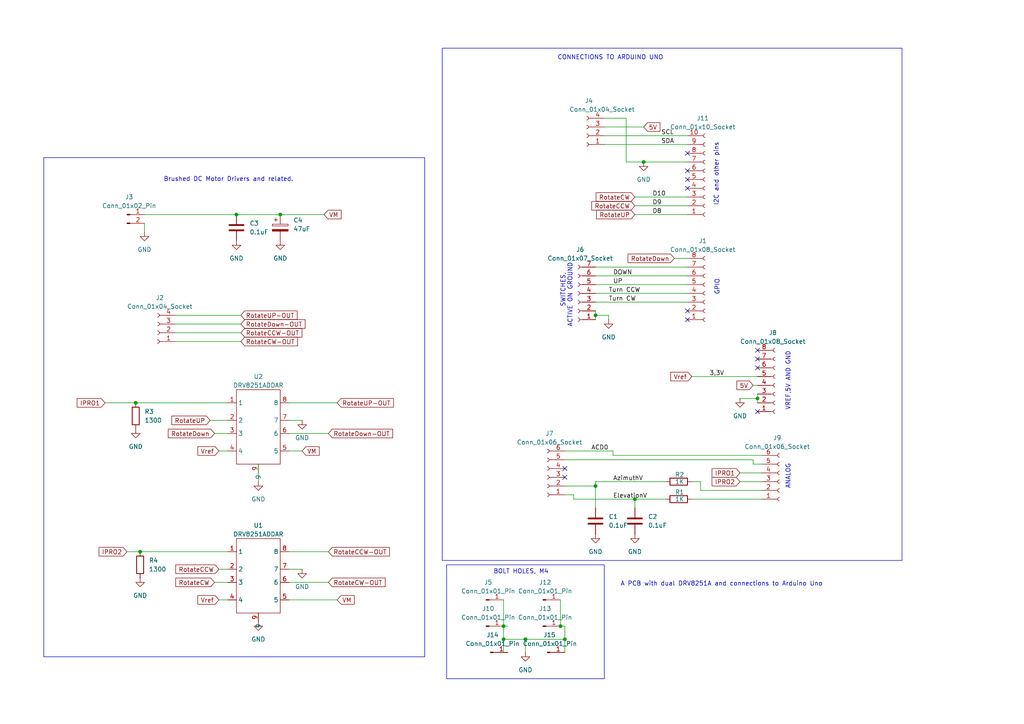
<source format=kicad_sch>
(kicad_sch (version 20231120) (generator "eeschema") (generator_version "8.0")
  (paper "A4")
  (lib_symbols
    (symbol "Connector:Conn_01x01_Pin" (pin_names (offset 1.016) hide)
      (property "Reference" "J" (at 0 2.54 0))
      (property "Value" "Conn_01x01_Pin" (at 0 -2.54 0))
      (symbol "Conn_01x01_Pin_1_1"
        (polyline (pts (xy 1.27 0) (xy 0.8636 0)) (stroke (width 0.1524)))
        (rectangle (start 0.8636 0.127) (end 0 -0.127) (stroke (width 0.1524)) (fill (type outline)))
        (pin passive line (at 5.08 0 180) (length 3.81) (name "Pin_1") (number "1"))
      )
    )
    (symbol "Connector:Conn_01x02_Pin" (pin_names (offset 1.016) hide)
      (property "Reference" "J" (at 0 2.54 0))
      (property "Value" "Conn_01x02_Pin" (at 0 -5.08 0))
      (symbol "Conn_01x02_Pin_1_1"
        (polyline (pts (xy 1.27 -2.54) (xy 0.8636 -2.54)) (stroke (width 0.1524)))
        (polyline (pts (xy 1.27 0) (xy 0.8636 0)) (stroke (width 0.1524)))
        (rectangle (start 0.8636 -2.413) (end 0 -2.667) (stroke (width 0.1524)) (fill (type outline)))
        (rectangle (start 0.8636 0.127) (end 0 -0.127) (stroke (width 0.1524)) (fill (type outline)))
        (pin passive line (at 5.08 0 180) (length 3.81) (name "Pin_1") (number "1"))
        (pin passive line (at 5.08 -2.54 180) (length 3.81) (name "Pin_2") (number "2"))
      )
    )
    (symbol "Connector:Conn_01x04_Socket" (pin_names (offset 1.016) hide)
      (property "Reference" "J" (at 0 5.08 0))
      (property "Value" "Conn_01x04_Socket" (at 0 -7.62 0))
      (symbol "Conn_01x04_Socket_1_1"
        (arc (start 0 -4.572) (mid -0.5058 -5.08) (end 0 -5.588) (stroke (width 0.1524)))
        (arc (start 0 -2.032) (mid -0.5058 -2.54) (end 0 -3.048) (stroke (width 0.1524)))
        (polyline (pts (xy -1.27 -5.08) (xy -0.508 -5.08)) (stroke (width 0.1524)))
        (polyline (pts (xy -1.27 -2.54) (xy -0.508 -2.54)) (stroke (width 0.1524)))
        (polyline (pts (xy -1.27 0) (xy -0.508 0)) (stroke (width 0.1524)))
        (polyline (pts (xy -1.27 2.54) (xy -0.508 2.54)) (stroke (width 0.1524)))
        (arc (start 0 0.508) (mid -0.5058 0) (end 0 -0.508) (stroke (width 0.1524)))
        (arc (start 0 3.048) (mid -0.5058 2.54) (end 0 2.032) (stroke (width 0.1524)))
        (pin passive line (at -5.08 2.54 0) (length 3.81) (name "Pin_1") (number "1"))
        (pin passive line (at -5.08 0 0) (length 3.81) (name "Pin_2") (number "2"))
        (pin passive line (at -5.08 -2.54 0) (length 3.81) (name "Pin_3") (number "3"))
        (pin passive line (at -5.08 -5.08 0) (length 3.81) (name "Pin_4") (number "4"))
      )
    )
    (symbol "Connector:Conn_01x06_Socket" (pin_names (offset 1.016) hide)
      (property "Reference" "J" (at 0 7.62 0))
      (property "Value" "Conn_01x06_Socket" (at 0 -10.16 0))
      (symbol "Conn_01x06_Socket_1_1"
        (arc (start 0 -7.112) (mid -0.5058 -7.62) (end 0 -8.128) (stroke (width 0.1524)))
        (arc (start 0 -4.572) (mid -0.5058 -5.08) (end 0 -5.588) (stroke (width 0.1524)))
        (arc (start 0 -2.032) (mid -0.5058 -2.54) (end 0 -3.048) (stroke (width 0.1524)))
        (polyline (pts (xy -1.27 -7.62) (xy -0.508 -7.62)) (stroke (width 0.1524)))
        (polyline (pts (xy -1.27 -5.08) (xy -0.508 -5.08)) (stroke (width 0.1524)))
        (polyline (pts (xy -1.27 -2.54) (xy -0.508 -2.54)) (stroke (width 0.1524)))
        (polyline (pts (xy -1.27 0) (xy -0.508 0)) (stroke (width 0.1524)))
        (polyline (pts (xy -1.27 2.54) (xy -0.508 2.54)) (stroke (width 0.1524)))
        (polyline (pts (xy -1.27 5.08) (xy -0.508 5.08)) (stroke (width 0.1524)))
        (arc (start 0 0.508) (mid -0.5058 0) (end 0 -0.508) (stroke (width 0.1524)))
        (arc (start 0 3.048) (mid -0.5058 2.54) (end 0 2.032) (stroke (width 0.1524)))
        (arc (start 0 5.588) (mid -0.5058 5.08) (end 0 4.572) (stroke (width 0.1524)))
        (pin passive line (at -5.08 5.08 0) (length 3.81) (name "Pin_1") (number "1"))
        (pin passive line (at -5.08 2.54 0) (length 3.81) (name "Pin_2") (number "2"))
        (pin passive line (at -5.08 0 0) (length 3.81) (name "Pin_3") (number "3"))
        (pin passive line (at -5.08 -2.54 0) (length 3.81) (name "Pin_4") (number "4"))
        (pin passive line (at -5.08 -5.08 0) (length 3.81) (name "Pin_5") (number "5"))
        (pin passive line (at -5.08 -7.62 0) (length 3.81) (name "Pin_6") (number "6"))
      )
    )
    (symbol "Connector:Conn_01x07_Socket" (pin_names (offset 1.016) hide)
      (property "Reference" "J" (at 0 10.16 0))
      (property "Value" "Conn_01x07_Socket" (at 0 -10.16 0))
      (symbol "Conn_01x07_Socket_1_1"
        (arc (start 0 -7.112) (mid -0.5058 -7.62) (end 0 -8.128) (stroke (width 0.1524)))
        (arc (start 0 -4.572) (mid -0.5058 -5.08) (end 0 -5.588) (stroke (width 0.1524)))
        (arc (start 0 -2.032) (mid -0.5058 -2.54) (end 0 -3.048) (stroke (width 0.1524)))
        (polyline (pts (xy -1.27 -7.62) (xy -0.508 -7.62)) (stroke (width 0.1524)))
        (polyline (pts (xy -1.27 -5.08) (xy -0.508 -5.08)) (stroke (width 0.1524)))
        (polyline (pts (xy -1.27 -2.54) (xy -0.508 -2.54)) (stroke (width 0.1524)))
        (polyline (pts (xy -1.27 0) (xy -0.508 0)) (stroke (width 0.1524)))
        (polyline (pts (xy -1.27 2.54) (xy -0.508 2.54)) (stroke (width 0.1524)))
        (polyline (pts (xy -1.27 5.08) (xy -0.508 5.08)) (stroke (width 0.1524)))
        (polyline (pts (xy -1.27 7.62) (xy -0.508 7.62)) (stroke (width 0.1524)))
        (arc (start 0 0.508) (mid -0.5058 0) (end 0 -0.508) (stroke (width 0.1524)))
        (arc (start 0 3.048) (mid -0.5058 2.54) (end 0 2.032) (stroke (width 0.1524)))
        (arc (start 0 5.588) (mid -0.5058 5.08) (end 0 4.572) (stroke (width 0.1524)))
        (arc (start 0 8.128) (mid -0.5058 7.62) (end 0 7.112) (stroke (width 0.1524)))
        (pin passive line (at -5.08 7.62 0) (length 3.81) (name "Pin_1") (number "1"))
        (pin passive line (at -5.08 5.08 0) (length 3.81) (name "Pin_2") (number "2"))
        (pin passive line (at -5.08 2.54 0) (length 3.81) (name "Pin_3") (number "3"))
        (pin passive line (at -5.08 0 0) (length 3.81) (name "Pin_4") (number "4"))
        (pin passive line (at -5.08 -2.54 0) (length 3.81) (name "Pin_5") (number "5"))
        (pin passive line (at -5.08 -5.08 0) (length 3.81) (name "Pin_6") (number "6"))
        (pin passive line (at -5.08 -7.62 0) (length 3.81) (name "Pin_7") (number "7"))
      )
    )
    (symbol "Connector:Conn_01x08_Socket" (pin_names (offset 1.016) hide)
      (property "Reference" "J" (at 0 10.16 0))
      (property "Value" "Conn_01x08_Socket" (at 0 -12.7 0))
      (symbol "Conn_01x08_Socket_1_1"
        (arc (start 0 -9.652) (mid -0.5058 -10.16) (end 0 -10.668) (stroke (width 0.1524)))
        (arc (start 0 -7.112) (mid -0.5058 -7.62) (end 0 -8.128) (stroke (width 0.1524)))
        (arc (start 0 -4.572) (mid -0.5058 -5.08) (end 0 -5.588) (stroke (width 0.1524)))
        (arc (start 0 -2.032) (mid -0.5058 -2.54) (end 0 -3.048) (stroke (width 0.1524)))
        (polyline (pts (xy -1.27 -10.16) (xy -0.508 -10.16)) (stroke (width 0.1524)))
        (polyline (pts (xy -1.27 -7.62) (xy -0.508 -7.62)) (stroke (width 0.1524)))
        (polyline (pts (xy -1.27 -5.08) (xy -0.508 -5.08)) (stroke (width 0.1524)))
        (polyline (pts (xy -1.27 -2.54) (xy -0.508 -2.54)) (stroke (width 0.1524)))
        (polyline (pts (xy -1.27 0) (xy -0.508 0)) (stroke (width 0.1524)))
        (polyline (pts (xy -1.27 2.54) (xy -0.508 2.54)) (stroke (width 0.1524)))
        (polyline (pts (xy -1.27 5.08) (xy -0.508 5.08)) (stroke (width 0.1524)))
        (polyline (pts (xy -1.27 7.62) (xy -0.508 7.62)) (stroke (width 0.1524)))
        (arc (start 0 0.508) (mid -0.5058 0) (end 0 -0.508) (stroke (width 0.1524)))
        (arc (start 0 3.048) (mid -0.5058 2.54) (end 0 2.032) (stroke (width 0.1524)))
        (arc (start 0 5.588) (mid -0.5058 5.08) (end 0 4.572) (stroke (width 0.1524)))
        (arc (start 0 8.128) (mid -0.5058 7.62) (end 0 7.112) (stroke (width 0.1524)))
        (pin passive line (at -5.08 7.62 0) (length 3.81) (name "Pin_1") (number "1"))
        (pin passive line (at -5.08 5.08 0) (length 3.81) (name "Pin_2") (number "2"))
        (pin passive line (at -5.08 2.54 0) (length 3.81) (name "Pin_3") (number "3"))
        (pin passive line (at -5.08 0 0) (length 3.81) (name "Pin_4") (number "4"))
        (pin passive line (at -5.08 -2.54 0) (length 3.81) (name "Pin_5") (number "5"))
        (pin passive line (at -5.08 -5.08 0) (length 3.81) (name "Pin_6") (number "6"))
        (pin passive line (at -5.08 -7.62 0) (length 3.81) (name "Pin_7") (number "7"))
        (pin passive line (at -5.08 -10.16 0) (length 3.81) (name "Pin_8") (number "8"))
      )
    )
    (symbol "Connector:Conn_01x10_Socket" (pin_names (offset 1.016) hide)
      (property "Reference" "J" (at 0 12.7 0))
      (property "Value" "Conn_01x10_Socket" (at 0 -15.24 0))
      (symbol "Conn_01x10_Socket_1_1"
        (arc (start 0 -12.192) (mid -0.5058 -12.7) (end 0 -13.208) (stroke (width 0.1524)))
        (arc (start 0 -9.652) (mid -0.5058 -10.16) (end 0 -10.668) (stroke (width 0.1524)))
        (arc (start 0 -7.112) (mid -0.5058 -7.62) (end 0 -8.128) (stroke (width 0.1524)))
        (arc (start 0 -4.572) (mid -0.5058 -5.08) (end 0 -5.588) (stroke (width 0.1524)))
        (arc (start 0 -2.032) (mid -0.5058 -2.54) (end 0 -3.048) (stroke (width 0.1524)))
        (polyline (pts (xy -1.27 -12.7) (xy -0.508 -12.7)) (stroke (width 0.1524)))
        (polyline (pts (xy -1.27 -10.16) (xy -0.508 -10.16)) (stroke (width 0.1524)))
        (polyline (pts (xy -1.27 -7.62) (xy -0.508 -7.62)) (stroke (width 0.1524)))
        (polyline (pts (xy -1.27 -5.08) (xy -0.508 -5.08)) (stroke (width 0.1524)))
        (polyline (pts (xy -1.27 -2.54) (xy -0.508 -2.54)) (stroke (width 0.1524)))
        (polyline (pts (xy -1.27 0) (xy -0.508 0)) (stroke (width 0.1524)))
        (polyline (pts (xy -1.27 2.54) (xy -0.508 2.54)) (stroke (width 0.1524)))
        (polyline (pts (xy -1.27 5.08) (xy -0.508 5.08)) (stroke (width 0.1524)))
        (polyline (pts (xy -1.27 7.62) (xy -0.508 7.62)) (stroke (width 0.1524)))
        (polyline (pts (xy -1.27 10.16) (xy -0.508 10.16)) (stroke (width 0.1524)))
        (arc (start 0 0.508) (mid -0.5058 0) (end 0 -0.508) (stroke (width 0.1524)))
        (arc (start 0 3.048) (mid -0.5058 2.54) (end 0 2.032) (stroke (width 0.1524)))
        (arc (start 0 5.588) (mid -0.5058 5.08) (end 0 4.572) (stroke (width 0.1524)))
        (arc (start 0 8.128) (mid -0.5058 7.62) (end 0 7.112) (stroke (width 0.1524)))
        (arc (start 0 10.668) (mid -0.5058 10.16) (end 0 9.652) (stroke (width 0.1524)))
        (pin passive line (at -5.08 10.16 0) (length 3.81) (name "Pin_1") (number "1"))
        (pin passive line (at -5.08 -12.7 0) (length 3.81) (name "Pin_10") (number "10"))
        (pin passive line (at -5.08 7.62 0) (length 3.81) (name "Pin_2") (number "2"))
        (pin passive line (at -5.08 5.08 0) (length 3.81) (name "Pin_3") (number "3"))
        (pin passive line (at -5.08 2.54 0) (length 3.81) (name "Pin_4") (number "4"))
        (pin passive line (at -5.08 0 0) (length 3.81) (name "Pin_5") (number "5"))
        (pin passive line (at -5.08 -2.54 0) (length 3.81) (name "Pin_6") (number "6"))
        (pin passive line (at -5.08 -5.08 0) (length 3.81) (name "Pin_7") (number "7"))
        (pin passive line (at -5.08 -7.62 0) (length 3.81) (name "Pin_8") (number "8"))
        (pin passive line (at -5.08 -10.16 0) (length 3.81) (name "Pin_9") (number "9"))
      )
    )
    (symbol "DRV8251A_2"
      (property "Reference" "U1" (at 0 16.51 0))
      (property "Value" "DRV8251ADDAR" (at 0 13.97 0))
      (symbol "DRV8251A_2_0_1"
        (rectangle (start -6.35 12.7) (end 6.35 -8.89))
      )
      (symbol "DRV8251A_2_1_1"
        (pin output line (at -8.89 8.89 0) (length 2.54) (name "1") (number "1"))
        (pin input line (at -8.89 3.81 0) (length 2.54) (name "2") (number "2"))
        (pin input line (at -8.89 0 0) (length 2.54) (name "3") (number "3"))
        (pin input line (at -8.89 -5.08 0) (length 2.54) (name "4") (number "4"))
        (pin input line (at 8.89 -5.08 180) (length 2.54) (name "5") (number "5"))
        (pin input line (at 8.89 0 180) (length 2.54) (name "6") (number "6"))
        (pin input line (at 8.89 3.81 180) (length 2.54) (name "7") (number "7"))
        (pin input line (at 8.89 8.89 180) (length 2.54) (name "8") (number "8"))
        (pin input line (at 0 -8.89 270) (length 2.54) (name "9") (number "9"))
      )
    )
    (symbol "Device:C" (pin_numbers hide) (pin_names (offset 0.254))
      (property "Reference" "C" (at 0.635 2.54 0))
      (property "Value" "C" (at 0.635 -2.54 0))
      (symbol "C_0_1"
        (polyline (pts (xy -2.032 -0.762) (xy 2.032 -0.762)) (stroke (width 0.508)))
        (polyline (pts (xy -2.032 0.762) (xy 2.032 0.762)) (stroke (width 0.508)))
      )
      (symbol "C_1_1"
        (pin passive line (at 0 3.81 270) (length 2.794) (name "~") (number "1"))
        (pin passive line (at 0 -3.81 90) (length 2.794) (name "~") (number "2"))
      )
    )
    (symbol "Device:C_Polarized" (pin_numbers hide) (pin_names (offset 0.254))
      (property "Reference" "C" (at 0.635 2.54 0))
      (property "Value" "C_Polarized" (at 0.635 -2.54 0))
      (symbol "C_Polarized_0_1"
        (rectangle (start -2.286 0.508) (end 2.286 1.016))
        (polyline (pts (xy -1.778 2.286) (xy -0.762 2.286)))
        (polyline (pts (xy -1.27 2.794) (xy -1.27 1.778)))
        (rectangle (start 2.286 -0.508) (end -2.286 -1.016) (fill (type outline)))
      )
      (symbol "C_Polarized_1_1"
        (pin passive line (at 0 3.81 270) (length 2.794) (name "~") (number "1"))
        (pin passive line (at 0 -3.81 90) (length 2.794) (name "~") (number "2"))
      )
    )
    (symbol "Device:R" (pin_numbers hide) (pin_names (offset 0))
      (property "Reference" "R" (at 2.032 0 90))
      (property "Value" "R" (at 0 0 90))
      (symbol "R_0_1"
        (rectangle (start -1.016 -2.54) (end 1.016 2.54) (stroke (width 0.254)))
      )
      (symbol "R_1_1"
        (pin passive line (at 0 3.81 270) (length 1.27) (name "~") (number "1"))
        (pin passive line (at 0 -3.81 90) (length 1.27) (name "~") (number "2"))
      )
    )
    (symbol "power:GND" (power) (pin_numbers hide) (pin_names (offset 0) hide)
      (property "Value" "GND" (at 0 -3.81 0))
      (symbol "GND_0_1"
        (polyline (pts (xy 0 0) (xy 0 -1.27) (xy 1.27 -1.27) (xy 0 -2.54) (xy -1.27 -1.27) (xy 0 -1.27)))
      )
      (symbol "GND_1_1"
        (pin power_in line (at 0 0 270) (length 0) (name "~") (number "1"))
      )
    )
  )
  (junction (at 219.71 115.57))
  (junction (at 146.05 185.42))
  (junction (at 152.4 185.42))
  (junction (at 39.37 116.84))
  (junction (at 184.15 144.78))
  (junction (at 40.64 160.02))
  (junction (at 68.58 62.23))
  (junction (at 163.83 185.42))
  (junction (at 186.69 46.99))
  (junction (at 81.28 62.23))
  (junction (at 172.72 140.97))
  (junction (at 172.72 91.44))
  (junction (at 162.56 181.61))
  (junction (at 146.05 181.61))
  (no_connect (at 219.71 101.6))
  (no_connect (at 199.39 54.61))
  (no_connect (at 199.39 52.07))
  (no_connect (at 219.71 104.14))
  (no_connect (at 199.39 49.53))
  (no_connect (at 163.83 138.43))
  (no_connect (at 219.71 119.38))
  (no_connect (at 199.39 44.45))
  (no_connect (at 163.83 135.89))
  (no_connect (at 219.71 106.68))
  (no_connect (at 199.39 92.71))
  (no_connect (at 199.39 90.17))
  (wire (pts (xy 172.72 91.44) (xy 176.53 91.44)))
  (wire (pts (xy 200.66 109.22) (xy 219.71 109.22)))
  (wire (pts (xy 83.82 130.81) (xy 87.63 130.81)))
  (wire (pts (xy 62.23 125.73) (xy 66.04 125.73)))
  (wire (pts (xy 175.26 36.83) (xy 186.69 36.83)))
  (wire (pts (xy 172.72 147.32) (xy 172.72 140.97)))
  (wire (pts (xy 184.15 147.32) (xy 184.15 144.78)))
  (wire (pts (xy 62.23 168.91) (xy 66.04 168.91)))
  (wire (pts (xy 172.72 139.7) (xy 172.72 140.97)))
  (wire (pts (xy 181.61 46.99) (xy 181.61 34.29)))
  (wire (pts (xy 200.66 144.78) (xy 220.98 144.78)))
  (wire (pts (xy 50.8 91.44) (xy 69.85 91.44)))
  (wire (pts (xy 200.66 139.7) (xy 203.2 139.7)))
  (wire (pts (xy 146.05 173.99) (xy 146.05 181.61)))
  (wire (pts (xy 63.5 130.81) (xy 66.04 130.81)))
  (wire (pts (xy 219.71 114.3) (xy 219.71 115.57)))
  (wire (pts (xy 214.63 115.57) (xy 219.71 115.57)))
  (wire (pts (xy 162.56 173.99) (xy 162.56 181.61)))
  (wire (pts (xy 218.44 134.62) (xy 220.98 134.62)))
  (wire (pts (xy 199.39 62.23) (xy 184.15 62.23)))
  (wire (pts (xy 50.8 99.06) (xy 69.85 99.06)))
  (wire (pts (xy 186.69 46.99) (xy 199.39 46.99)))
  (wire (pts (xy 74.93 177.8) (xy 74.93 180.34)))
  (wire (pts (xy 83.82 165.1) (xy 87.63 165.1)))
  (wire (pts (xy 146.05 189.23) (xy 147.32 189.23)))
  (wire (pts (xy 30.48 116.84) (xy 39.37 116.84)))
  (wire (pts (xy 83.82 173.99) (xy 97.79 173.99)))
  (wire (pts (xy 214.63 139.7) (xy 220.98 139.7)))
  (wire (pts (xy 152.4 189.23) (xy 152.4 185.42)))
  (wire (pts (xy 175.26 39.37) (xy 199.39 39.37)))
  (wire (pts (xy 41.91 62.23) (xy 68.58 62.23)))
  (wire (pts (xy 146.05 181.61) (xy 146.05 185.42)))
  (wire (pts (xy 175.26 34.29) (xy 181.61 34.29)))
  (wire (pts (xy 83.82 125.73) (xy 95.25 125.73)))
  (wire (pts (xy 186.69 46.99) (xy 181.61 46.99)))
  (wire (pts (xy 172.72 82.55) (xy 199.39 82.55)))
  (wire (pts (xy 218.44 111.76) (xy 219.71 111.76)))
  (wire (pts (xy 172.72 87.63) (xy 199.39 87.63)))
  (wire (pts (xy 172.72 91.44) (xy 172.72 92.71)))
  (wire (pts (xy 60.96 121.92) (xy 66.04 121.92)))
  (wire (pts (xy 152.4 185.42) (xy 163.83 185.42)))
  (wire (pts (xy 163.83 140.97) (xy 172.72 140.97)))
  (wire (pts (xy 203.2 142.24) (xy 203.2 139.7)))
  (wire (pts (xy 146.05 185.42) (xy 152.4 185.42)))
  (wire (pts (xy 175.26 41.91) (xy 199.39 41.91)))
  (wire (pts (xy 74.93 134.62) (xy 74.93 139.7)))
  (wire (pts (xy 166.37 143.51) (xy 163.83 143.51)))
  (wire (pts (xy 203.2 142.24) (xy 220.98 142.24)))
  (wire (pts (xy 83.82 116.84) (xy 97.79 116.84)))
  (wire (pts (xy 219.71 115.57) (xy 219.71 116.84)))
  (wire (pts (xy 41.91 64.77) (xy 41.91 67.31)))
  (wire (pts (xy 199.39 57.15) (xy 184.15 57.15)))
  (wire (pts (xy 146.05 185.42) (xy 146.05 189.23)))
  (wire (pts (xy 40.64 160.02) (xy 66.04 160.02)))
  (wire (pts (xy 83.82 168.91) (xy 95.25 168.91)))
  (wire (pts (xy 193.04 139.7) (xy 172.72 139.7)))
  (wire (pts (xy 172.72 80.01) (xy 199.39 80.01)))
  (wire (pts (xy 176.53 91.44) (xy 176.53 92.71)))
  (wire (pts (xy 63.5 165.1) (xy 66.04 165.1)))
  (wire (pts (xy 214.63 137.16) (xy 220.98 137.16)))
  (wire (pts (xy 81.28 62.23) (xy 93.98 62.23)))
  (wire (pts (xy 63.5 173.99) (xy 66.04 173.99)))
  (wire (pts (xy 184.15 144.78) (xy 193.04 144.78)))
  (wire (pts (xy 146.05 181.61) (xy 147.32 181.61)))
  (wire (pts (xy 166.37 144.78) (xy 166.37 143.51)))
  (wire (pts (xy 163.83 181.61) (xy 162.56 181.61)))
  (wire (pts (xy 68.58 62.23) (xy 81.28 62.23)))
  (wire (pts (xy 163.83 185.42) (xy 163.83 181.61)))
  (wire (pts (xy 163.83 189.23) (xy 163.83 185.42)))
  (wire (pts (xy 199.39 59.69) (xy 184.15 59.69)))
  (wire (pts (xy 172.72 90.17) (xy 172.72 91.44)))
  (wire (pts (xy 177.8 132.08) (xy 177.8 130.81)))
  (wire (pts (xy 39.37 116.84) (xy 66.04 116.84)))
  (wire (pts (xy 199.39 74.93) (xy 195.58 74.93)))
  (wire (pts (xy 172.72 77.47) (xy 199.39 77.47)))
  (wire (pts (xy 50.8 96.52) (xy 69.85 96.52)))
  (wire (pts (xy 177.8 130.81) (xy 163.83 130.81)))
  (wire (pts (xy 220.98 132.08) (xy 177.8 132.08)))
  (wire (pts (xy 83.82 121.92) (xy 87.63 121.92)))
  (wire (pts (xy 172.72 85.09) (xy 199.39 85.09)))
  (wire (pts (xy 36.83 160.02) (xy 40.64 160.02)))
  (wire (pts (xy 163.83 133.35) (xy 218.44 133.35)))
  (wire (pts (xy 83.82 160.02) (xy 95.25 160.02)))
  (wire (pts (xy 218.44 133.35) (xy 218.44 134.62)))
  (wire (pts (xy 50.8 93.98) (xy 69.85 93.98)))
  (wire (pts (xy 184.15 144.78) (xy 166.37 144.78)))
  (rectangle (start 129.54 163.83) (end 175.26 196.85))
  (rectangle (start 128.27 13.97) (end 261.62 162.56))
  (rectangle (start 12.7 45.72) (end 123.19 190.5))
  (text "I2C and other pins" (at 207.772 50.546 90) (effects (font (size 1.27 1.27))))
  (text "VREF,5V AND GND" (at 228.6 110.49 90) (effects (font (size 1.27 1.27))))
  (text "GPIO " (at 208.026 82.804 90) (effects (font (size 1.27 1.27))))
  (text "BOLT HOLES, M4" (at 151.13 165.862 0) (effects (font (size 1.27 1.27))))
  (text "   SWITCHES,\nACTIVE ON GROUND" (at 164.338 85.598 90) (effects (font (size 1.27 1.27))))
  (text "A PCB with dual DRV8251A and connections to Arduino Uno" (at 209.296 169.418 0) (effects (font (size 1.27 1.27))))
  (text "ANALOG" (at 228.6 138.176 90) (effects (font (size 1.27 1.27))))
  (text "CONNECTIONS TO ARDUINO UNO" (at 177.038 16.764 0) (effects (font (size 1.27 1.27))))
  (text "Brushed DC Motor Drivers and related." (at 66.294 52.07 0) (effects (font (size 1.27 1.27))))
  (label "UP" (at 177.8 82.55 0))
  (label "DOWN" (at 177.8 80.01 0))
  (label "ACD0" (at 171.45 130.81 0))
  (label "AzimuthV" (at 177.8 139.7 0))
  (label "D10" (at 189.23 57.15 0))
  (label "Turn CCW" (at 176.53 85.09 0))
  (label "SDA" (at 191.77 41.91 0))
  (label "ElevationV" (at 177.8 144.78 0))
  (label "D9" (at 189.23 59.69 0))
  (label "Turn CW" (at 176.53 87.63 0))
  (label "SCL" (at 191.77 39.37 0))
  (label "3,3V" (at 205.74 109.22 0))
  (label "D8" (at 189.23 62.23 0))
  (global_label "IPRO2" (shape input) (at 214.63 139.7 180) (property "Intersheetrefs" "${INTERSHEET_REFS}" (effects (hide yes))))
  (global_label "VM" (shape input) (at 87.63 130.81 0) (property "Intersheetrefs" "${INTERSHEET_REFS}" (effects (hide yes))))
  (global_label "RotateCCW" (shape input) (at 184.15 59.69 180) (property "Intersheetrefs" "${INTERSHEET_REFS}" (effects (hide yes))))
  (global_label "RotateCW" (shape input) (at 62.23 168.91 180) (property "Intersheetrefs" "${INTERSHEET_REFS}" (effects (hide yes))))
  (global_label "RotateDown-OUT" (shape input) (at 95.25 125.73 0) (property "Intersheetrefs" "${INTERSHEET_REFS}" (effects (hide yes))))
  (global_label "RotateUP" (shape input) (at 60.96 121.92 180) (property "Intersheetrefs" "${INTERSHEET_REFS}" (effects (hide yes))))
  (global_label "RotateDown" (shape input) (at 195.58 74.93 180) (property "Intersheetrefs" "${INTERSHEET_REFS}" (effects (hide yes))))
  (global_label "Vref" (shape input) (at 200.66 109.22 180) (property "Intersheetrefs" "${INTERSHEET_REFS}" (effects (hide yes))))
  (global_label "RotateCCW-OUT" (shape input) (at 69.85 96.52 0) (property "Intersheetrefs" "${INTERSHEET_REFS}" (effects (hide yes))))
  (global_label "RotateCW-OUT" (shape input) (at 95.25 168.91 0) (property "Intersheetrefs" "${INTERSHEET_REFS}" (effects (hide yes))))
  (global_label "RotateUP-OUT" (shape input) (at 69.85 91.44 0) (property "Intersheetrefs" "${INTERSHEET_REFS}" (effects (hide yes))))
  (global_label "Vref" (shape input) (at 63.5 130.81 180) (property "Intersheetrefs" "${INTERSHEET_REFS}" (effects (hide yes))))
  (global_label "IPRO1" (shape input) (at 214.63 137.16 180) (property "Intersheetrefs" "${INTERSHEET_REFS}" (effects (hide yes))))
  (global_label "RotateDown" (shape input) (at 62.23 125.73 180) (property "Intersheetrefs" "${INTERSHEET_REFS}" (effects (hide yes))))
  (global_label "RotateUP-OUT" (shape input) (at 97.79 116.84 0) (property "Intersheetrefs" "${INTERSHEET_REFS}" (effects (hide yes))))
  (global_label "RotateCCW" (shape input) (at 63.5 165.1 180) (property "Intersheetrefs" "${INTERSHEET_REFS}" (effects (hide yes))))
  (global_label "IPRO2" (shape input) (at 36.83 160.02 180) (property "Intersheetrefs" "${INTERSHEET_REFS}" (effects (hide yes))))
  (global_label "RotateCW-OUT" (shape input) (at 69.85 99.06 0) (property "Intersheetrefs" "${INTERSHEET_REFS}" (effects (hide yes))))
  (global_label "5V" (shape input) (at 186.69 36.83 0) (property "Intersheetrefs" "${INTERSHEET_REFS}" (effects (hide yes))))
  (global_label "VM" (shape input) (at 97.79 173.99 0) (property "Intersheetrefs" "${INTERSHEET_REFS}" (effects (hide yes))))
  (global_label "RotateCCW-OUT" (shape input) (at 95.25 160.02 0) (property "Intersheetrefs" "${INTERSHEET_REFS}" (effects (hide yes))))
  (global_label "RotateCW" (shape input) (at 184.15 57.15 180) (property "Intersheetrefs" "${INTERSHEET_REFS}" (effects (hide yes))))
  (global_label "IPRO1" (shape input) (at 30.48 116.84 180) (property "Intersheetrefs" "${INTERSHEET_REFS}" (effects (hide yes))))
  (global_label "Vref" (shape input) (at 63.5 173.99 180) (property "Intersheetrefs" "${INTERSHEET_REFS}" (effects (hide yes))))
  (global_label "5V" (shape input) (at 218.44 111.76 180) (property "Intersheetrefs" "${INTERSHEET_REFS}" (effects (hide yes))))
  (global_label "RotateDown-OUT" (shape input) (at 69.85 93.98 0) (property "Intersheetrefs" "${INTERSHEET_REFS}" (effects (hide yes))))
  (global_label "VM" (shape input) (at 93.98 62.23 0) (property "Intersheetrefs" "${INTERSHEET_REFS}" (effects (hide yes))))
  (global_label "RotateUP" (shape input) (at 184.15 62.23 180) (property "Intersheetrefs" "${INTERSHEET_REFS}" (effects (hide yes))))
  (symbol (lib_id "Connector:Conn_01x07_Socket") (at 167.64 85.09 180) (unit 1)
    (property "Reference" "J6" (at 168.275 72.39 0))
    (property "Value" "Conn_01x07_Socket" (at 168.275 74.93 0))
    (property "Footprint" "Connector_PinHeader_2.54mm:PinHeader_1x07_P2.54mm_Vertical" (effects (hide yes)))
    (property "Description" "Generic connector, single row, 01x07, script generated" (effects (hide yes)))
  )
  (symbol (lib_id "Device:C_Polarized") (at 81.28 66.04 0) (unit 1)
    (property "Reference" "C4" (at 85.09 63.8809 0) (effects (justify left)))
    (property "Value" "47uF" (at 85.09 66.4209 0) (effects (justify left)))
    (property "Footprint" "Capacitor_THT:CP_Radial_D10.0mm_P5.00mm" (effects (hide yes)))
    (property "Description" "Polarized capacitor" (effects (hide yes)))
  )
  (symbol (lib_id "Connector:Conn_01x02_Pin") (at 36.83 62.23 0) (unit 1)
    (property "Reference" "J3" (at 37.465 57.15 0))
    (property "Value" "Conn_01x02_Pin" (at 37.465 59.69 0))
    (property "Footprint" "Connector_PinHeader_2.54mm:PinHeader_1x02_P2.54mm_Vertical" (effects (hide yes)))
    (property "Description" "Generic connector, single row, 01x02, script generated" (effects (hide yes)))
  )
  (symbol (lib_id "power:GND") (at 152.4 189.23 0) (unit 1)
    (property "Reference" "#PWR09" (effects (hide yes)))
    (property "Value" "GND" (at 152.4 194.31 0))
    (property "Description" "Power symbol creates a global label with name \"GND\" , ground" (effects (hide yes)))
  )
  (symbol (lib_id "Connector:Conn_01x04_Socket") (at 170.18 39.37 180) (unit 1)
    (property "Reference" "J4" (at 170.815 29.21 0))
    (property "Value" "Conn_01x04_Socket" (at 174.625 31.75 0))
    (property "Footprint" "Connector_PinHeader_2.54mm:PinHeader_1x04_P2.54mm_Vertical" (effects (hide yes)))
    (property "Description" "Generic connector, single row, 01x04, script generated" (effects (hide yes)))
  )
  (symbol (lib_id "Device:R") (at 39.37 120.65 0) (unit 1)
    (property "Reference" "R3" (at 41.91 119.3799 0) (effects (justify left)))
    (property "Value" "1300" (at 41.91 121.9199 0) (effects (justify left)))
    (property "Footprint" "Resistor_THT:R_Axial_DIN0204_L3.6mm_D1.6mm_P5.08mm_Vertical" (effects (hide yes)))
    (property "Description" "Resistor" (effects (hide yes)))
  )
  (symbol (lib_id "Device:R") (at 196.85 144.78 90) (unit 1)
    (property "Reference" "R1" (at 197.104 142.748 90))
    (property "Value" "1K" (at 197.104 144.78 90))
    (property "Footprint" "Resistor_THT:R_Axial_DIN0204_L3.6mm_D1.6mm_P5.08mm_Vertical" (effects (hide yes)))
    (property "Description" "Resistor" (effects (hide yes)))
  )
  (symbol (lib_id "Connector:Conn_01x10_Socket") (at 204.47 52.07 0) (mirror x) (unit 1)
    (property "Reference" "J11" (at 203.835 34.29 0))
    (property "Value" "Conn_01x10_Socket" (at 203.835 36.83 0))
    (property "Footprint" "Connector_PinHeader_2.54mm:PinHeader_1x10_P2.54mm_Vertical" (effects (hide yes)))
    (property "Description" "Generic connector, single row, 01x10, script generated" (effects (hide yes)))
  )
  (symbol (lib_id "Device:C") (at 172.72 151.13 0) (unit 1)
    (property "Reference" "C1" (at 176.53 149.8599 0) (effects (justify left)))
    (property "Value" "0.1uF" (at 176.53 152.3999 0) (effects (justify left)))
    (property "Footprint" "Capacitor_THT:C_Disc_D4.7mm_W2.5mm_P5.00mm" (effects (hide yes)))
    (property "Description" "Unpolarized capacitor" (effects (hide yes)))
  )
  (symbol (lib_id "power:GND") (at 172.72 154.94 0) (unit 1)
    (property "Reference" "#PWR06" (effects (hide yes)))
    (property "Value" "GND" (at 172.72 160.02 0))
    (property "Description" "Power symbol creates a global label with name \"GND\" , ground" (effects (hide yes)))
  )
  (symbol (lib_id "Device:R") (at 196.85 139.7 90) (unit 1)
    (property "Reference" "R2" (at 197.104 137.668 90))
    (property "Value" "1K" (at 197.104 139.7 90))
    (property "Footprint" "Resistor_THT:R_Axial_DIN0204_L3.6mm_D1.6mm_P5.08mm_Vertical" (effects (hide yes)))
    (property "Description" "Resistor" (effects (hide yes)))
  )
  (symbol (lib_id "Connector:Conn_01x08_Socket") (at 204.47 85.09 0) (mirror x) (unit 1)
    (property "Reference" "J1" (at 203.835 69.85 0))
    (property "Value" "Conn_01x08_Socket" (at 203.835 72.39 0))
    (property "Footprint" "Connector_PinHeader_2.54mm:PinHeader_1x08_P2.54mm_Vertical" (effects (hide yes)))
    (property "Description" "Generic connector, single row, 01x08, script generated" (effects (hide yes)))
  )
  (symbol (lib_id "power:GND") (at 214.63 115.57 0) (unit 1)
    (property "Reference" "#PWR012" (effects (hide yes)))
    (property "Value" "GND" (at 214.63 120.65 0))
    (property "Description" "Power symbol creates a global label with name \"GND\" , ground" (effects (hide yes)))
  )
  (symbol (lib_id "power:GND") (at 39.37 124.46 0) (unit 1)
    (property "Reference" "#PWR04" (effects (hide yes)))
    (property "Value" "GND" (at 39.37 129.54 0))
    (property "Description" "Power symbol creates a global label with name \"GND\" , ground" (effects (hide yes)))
  )
  (symbol (lib_id "power:GND") (at 87.63 121.92 0) (unit 1)
    (property "Reference" "#PWR01" (effects (hide yes)))
    (property "Value" "GND" (at 87.63 127 0))
    (property "Description" "Power symbol creates a global label with name \"GND\" , ground" (effects (hide yes)))
  )
  (symbol (lib_id "Connector:Conn_01x01_Pin") (at 157.48 173.99 0) (unit 1)
    (property "Reference" "J12" (at 158.115 168.91 0))
    (property "Value" "Conn_01x01_Pin" (at 158.115 171.45 0))
    (property "Footprint" "MountingHole:MountingHole_4.3mm_M4_DIN965_Pad" (effects (hide yes)))
    (property "Description" "Generic connector, single row, 01x01, script generated" (effects (hide yes)))
  )
  (symbol (lib_id "Connector:Conn_01x01_Pin") (at 158.75 189.23 0) (unit 1)
    (property "Reference" "J15" (at 159.385 184.15 0))
    (property "Value" "Conn_01x01_Pin" (at 159.512 186.69 0))
    (property "Footprint" "MountingHole:MountingHole_4.3mm_M4_DIN965_Pad" (effects (hide yes)))
    (property "Description" "Generic connector, single row, 01x01, script generated" (effects (hide yes)))
  )
  (symbol (lib_id "Device:C") (at 184.15 151.13 0) (unit 1)
    (property "Reference" "C2" (at 187.96 149.8599 0) (effects (justify left)))
    (property "Value" "0.1uF" (at 187.96 152.3999 0) (effects (justify left)))
    (property "Footprint" "Capacitor_THT:C_Disc_D4.7mm_W2.5mm_P5.00mm" (effects (hide yes)))
    (property "Description" "Unpolarized capacitor" (effects (hide yes)))
  )
  (symbol (lib_id "Connector:Conn_01x01_Pin") (at 140.97 181.61 0) (unit 1)
    (property "Reference" "J10" (at 141.605 176.53 0))
    (property "Value" "Conn_01x01_Pin" (at 141.605 179.07 0))
    (property "Footprint" "MountingHole:MountingHole_4.3mm_M4_DIN965_Pad" (effects (hide yes)))
    (property "Description" "Generic connector, single row, 01x01, script generated" (effects (hide yes)))
  )
  (symbol (lib_id "power:GND") (at 81.28 69.85 0) (unit 1)
    (property "Reference" "#PWR011" (effects (hide yes)))
    (property "Value" "GND" (at 81.28 74.93 0))
    (property "Description" "Power symbol creates a global label with name \"GND\" , ground" (effects (hide yes)))
  )
  (symbol (lib_id "power:GND") (at 186.69 46.99 0) (unit 1)
    (property "Reference" "#PWR015" (effects (hide yes)))
    (property "Value" "GND" (at 186.69 52.07 0))
    (property "Description" "Power symbol creates a global label with name \"GND\" , ground" (effects (hide yes)))
  )
  (symbol (lib_id "power:GND") (at 40.64 167.64 0) (unit 1)
    (property "Reference" "#PWR05" (effects (hide yes)))
    (property "Value" "GND" (at 40.64 172.72 0))
    (property "Description" "Power symbol creates a global label with name \"GND\" , ground" (effects (hide yes)))
  )
  (symbol (lib_name "DRV8251A_2") (lib_id "DRV8251A:DRV8251A") (at 74.93 168.91 0) (unit 1)
    (property "Reference" "U1" (at 74.93 152.4 0))
    (property "Value" "DRV8251ADDAR" (at 74.93 154.94 0))
    (property "Footprint" "Package_SO:SOIC-8-1EP_3.9x4.9mm_P1.27mm_EP2.29x3mm_ThermalVias" (effects (hide yes)))
  )
  (symbol (lib_id "Connector:Conn_01x06_Socket") (at 226.06 139.7 0) (mirror x) (unit 1)
    (property "Reference" "J9" (at 225.425 127 0))
    (property "Value" "Conn_01x06_Socket" (at 225.425 129.54 0))
    (property "Footprint" "Connector_PinHeader_2.54mm:PinHeader_1x06_P2.54mm_Vertical" (effects (hide yes)))
    (property "Description" "Generic connector, single row, 01x06, script generated" (effects (hide yes)))
  )
  (symbol (lib_id "power:GND") (at 68.58 69.85 0) (unit 1)
    (property "Reference" "#PWR010" (effects (hide yes)))
    (property "Value" "GND" (at 68.58 74.93 0))
    (property "Description" "Power symbol creates a global label with name \"GND\" , ground" (effects (hide yes)))
  )
  (symbol (lib_id "Connector:Conn_01x04_Socket") (at 45.72 96.52 180) (unit 1)
    (property "Reference" "J2" (at 46.355 86.36 0))
    (property "Value" "Conn_01x04_Socket" (at 46.355 88.9 0))
    (property "Footprint" "Connector_PinHeader_2.54mm:PinHeader_1x04_P2.54mm_Vertical" (effects (hide yes)))
    (property "Description" "Generic connector, single row, 01x04, script generated" (effects (hide yes)))
  )
  (symbol (lib_id "power:GND") (at 176.53 92.71 0) (unit 1)
    (property "Reference" "#PWR03" (effects (hide yes)))
    (property "Value" "GND" (at 176.53 97.79 0))
    (property "Description" "Power symbol creates a global label with name \"GND\" , ground" (effects (hide yes)))
  )
  (symbol (lib_id "power:GND") (at 184.15 154.94 0) (unit 1)
    (property "Reference" "#PWR07" (effects (hide yes)))
    (property "Value" "GND" (at 184.15 160.02 0))
    (property "Description" "Power symbol creates a global label with name \"GND\" , ground" (effects (hide yes)))
  )
  (symbol (lib_id "power:GND") (at 41.91 67.31 0) (unit 1)
    (property "Reference" "#PWR08" (effects (hide yes)))
    (property "Value" "GND" (at 41.91 72.39 0))
    (property "Description" "Power symbol creates a global label with name \"GND\" , ground" (effects (hide yes)))
  )
  (symbol (lib_id "Connector:Conn_01x01_Pin") (at 142.24 189.23 0) (unit 1)
    (property "Reference" "J14" (at 142.875 184.15 0))
    (property "Value" "Conn_01x01_Pin" (at 142.875 186.69 0))
    (property "Footprint" "MountingHole:MountingHole_4.3mm_M4_DIN965_Pad" (effects (hide yes)))
    (property "Description" "Generic connector, single row, 01x01, script generated" (effects (hide yes)))
  )
  (symbol (lib_id "Connector:Conn_01x06_Socket") (at 158.75 138.43 180) (unit 1)
    (property "Reference" "J7" (at 159.385 125.73 0))
    (property "Value" "Conn_01x06_Socket" (at 159.385 128.27 0))
    (property "Footprint" "Connector_PinHeader_2.54mm:PinHeader_1x06_P2.54mm_Vertical" (effects (hide yes)))
    (property "Description" "Generic connector, single row, 01x06, script generated" (effects (hide yes)))
  )
  (symbol (lib_id "power:GND") (at 74.93 139.7 0) (unit 1)
    (property "Reference" "#PWR014" (effects (hide yes)))
    (property "Value" "GND" (at 74.93 144.78 0))
    (property "Description" "Power symbol creates a global label with name \"GND\" , ground" (effects (hide yes)))
  )
  (symbol (lib_id "Connector:Conn_01x01_Pin") (at 157.48 181.61 0) (unit 1)
    (property "Reference" "J13" (at 158.115 176.53 0))
    (property "Value" "Conn_01x01_Pin" (at 158.115 179.07 0))
    (property "Footprint" "MountingHole:MountingHole_4.3mm_M4_DIN965_Pad" (effects (hide yes)))
    (property "Description" "Generic connector, single row, 01x01, script generated" (effects (hide yes)))
  )
  (symbol (lib_id "power:GND") (at 74.93 180.34 0) (unit 1)
    (property "Reference" "#PWR013" (effects (hide yes)))
    (property "Value" "GND" (at 74.93 185.42 0))
    (property "Description" "Power symbol creates a global label with name \"GND\" , ground" (effects (hide yes)))
  )
  (symbol (lib_name "DRV8251A_2") (lib_id "DRV8251A:DRV8251A") (at 74.93 125.73 0) (unit 1)
    (property "Reference" "U2" (at 74.93 109.22 0))
    (property "Value" "DRV8251ADDAR" (at 74.93 111.76 0))
    (property "Footprint" "Package_SO:SOIC-8-1EP_3.9x4.9mm_P1.27mm_EP2.29x3mm_ThermalVias" (effects (hide yes)))
  )
  (symbol (lib_id "Device:R") (at 40.64 163.83 0) (unit 1)
    (property "Reference" "R4" (at 43.18 162.5599 0) (effects (justify left)))
    (property "Value" "1300" (at 43.18 165.0999 0) (effects (justify left)))
    (property "Footprint" "Resistor_THT:R_Axial_DIN0204_L3.6mm_D1.6mm_P5.08mm_Vertical" (effects (hide yes)))
    (property "Description" "Resistor" (effects (hide yes)))
  )
  (symbol (lib_id "Connector:Conn_01x08_Socket") (at 224.79 111.76 0) (mirror x) (unit 1)
    (property "Reference" "J8" (at 224.155 96.52 0))
    (property "Value" "Conn_01x08_Socket" (at 224.155 99.06 0))
    (property "Footprint" "Connector_PinHeader_2.54mm:PinHeader_1x08_P2.54mm_Vertical" (effects (hide yes)))
    (property "Description" "Generic connector, single row, 01x08, script generated" (effects (hide yes)))
  )
  (symbol (lib_id "Device:C") (at 68.58 66.04 0) (unit 1)
    (property "Reference" "C3" (at 72.39 64.7699 0) (effects (justify left)))
    (property "Value" "0.1uF" (at 72.39 67.3099 0) (effects (justify left)))
    (property "Footprint" "Capacitor_THT:C_Disc_D4.7mm_W2.5mm_P5.00mm" (effects (hide yes)))
    (property "Description" "Unpolarized capacitor" (effects (hide yes)))
  )
  (symbol (lib_id "power:GND") (at 87.63 165.1 0) (unit 1)
    (property "Reference" "#PWR02" (effects (hide yes)))
    (property "Value" "GND" (at 87.63 170.18 0))
    (property "Description" "Power symbol creates a global label with name \"GND\" , ground" (effects (hide yes)))
  )
  (symbol (lib_id "Connector:Conn_01x01_Pin") (at 140.97 173.99 0) (unit 1)
    (property "Reference" "J5" (at 141.605 168.91 0))
    (property "Value" "Conn_01x01_Pin" (at 141.605 171.45 0))
    (property "Footprint" "MountingHole:MountingHole_4.3mm_M4_DIN965_Pad" (effects (hide yes)))
    (property "Description" "Generic connector, single row, 01x01, script generated" (effects (hide yes)))
  )
)
</source>
